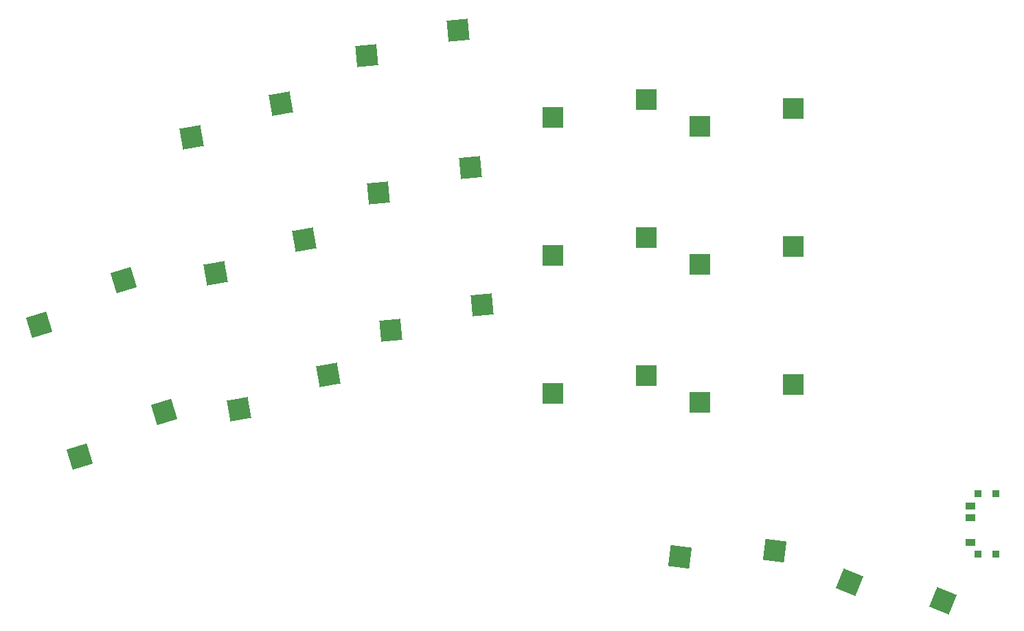
<source format=gtp>
%TF.GenerationSoftware,KiCad,Pcbnew,(6.0.4)*%
%TF.CreationDate,2022-07-31T17:14:54+02:00*%
%TF.ProjectId,konafa,6b6f6e61-6661-42e6-9b69-6361645f7063,v1.0.0*%
%TF.SameCoordinates,Original*%
%TF.FileFunction,Paste,Top*%
%TF.FilePolarity,Positive*%
%FSLAX46Y46*%
G04 Gerber Fmt 4.6, Leading zero omitted, Abs format (unit mm)*
G04 Created by KiCad (PCBNEW (6.0.4)) date 2022-07-31 17:14:54*
%MOMM*%
%LPD*%
G01*
G04 APERTURE LIST*
G04 Aperture macros list*
%AMRotRect*
0 Rectangle, with rotation*
0 The origin of the aperture is its center*
0 $1 length*
0 $2 width*
0 $3 Rotation angle, in degrees counterclockwise*
0 Add horizontal line*
21,1,$1,$2,0,0,$3*%
G04 Aperture macros list end*
%ADD10RotRect,2.600000X2.600000X10.000000*%
%ADD11RotRect,2.600000X2.600000X5.000000*%
%ADD12R,2.600000X2.600000*%
%ADD13R,0.900000X0.900000*%
%ADD14R,1.250000X0.900000*%
%ADD15RotRect,2.600000X2.600000X338.000000*%
%ADD16RotRect,2.600000X2.600000X17.000000*%
%ADD17RotRect,2.600000X2.600000X353.000000*%
G04 APERTURE END LIST*
D10*
%TO.C,S11*%
X73579148Y111173370D03*
X62586644Y107001157D03*
%TD*%
D11*
%TO.C,S15*%
X96965603Y103326959D03*
X85651297Y100128683D03*
%TD*%
D12*
%TO.C,S21*%
X118699790Y94662253D03*
X107149790Y92462254D03*
%TD*%
D13*
%TO.C,T1*%
X159579791Y55652254D03*
X161779791Y63052254D03*
X161779791Y55652254D03*
X159579791Y63052254D03*
D14*
X158604791Y57102254D03*
X158604791Y60102254D03*
X158604791Y61602254D03*
%TD*%
D12*
%TO.C,S29*%
X136780790Y93561490D03*
X125230790Y91361491D03*
%TD*%
D15*
%TO.C,S33*%
X155224749Y49842752D03*
X143691641Y52129654D03*
%TD*%
D10*
%TO.C,S7*%
X79483186Y77689906D03*
X68490682Y73517693D03*
%TD*%
D16*
%TO.C,S5*%
X54234545Y89377492D03*
X43832442Y83896730D03*
%TD*%
D12*
%TO.C,S27*%
X136780790Y76561490D03*
X125230790Y74361491D03*
%TD*%
D10*
%TO.C,S9*%
X76531167Y94431638D03*
X65538663Y90259425D03*
%TD*%
D11*
%TO.C,S13*%
X98447251Y86391649D03*
X87132945Y83193373D03*
%TD*%
D12*
%TO.C,S23*%
X136788228Y110558986D03*
X125238228Y108358987D03*
%TD*%
D11*
%TO.C,S17*%
X95483956Y120262269D03*
X84169650Y117063993D03*
%TD*%
D17*
%TO.C,S31*%
X134509187Y56083236D03*
X122777167Y55307226D03*
%TD*%
D16*
%TO.C,S3*%
X59204864Y73120311D03*
X48802761Y67639549D03*
%TD*%
D12*
%TO.C,S23*%
X118699790Y111662253D03*
X107149790Y109462254D03*
%TD*%
%TO.C,S19*%
X118699790Y77662253D03*
X107149790Y75462254D03*
%TD*%
M02*

</source>
